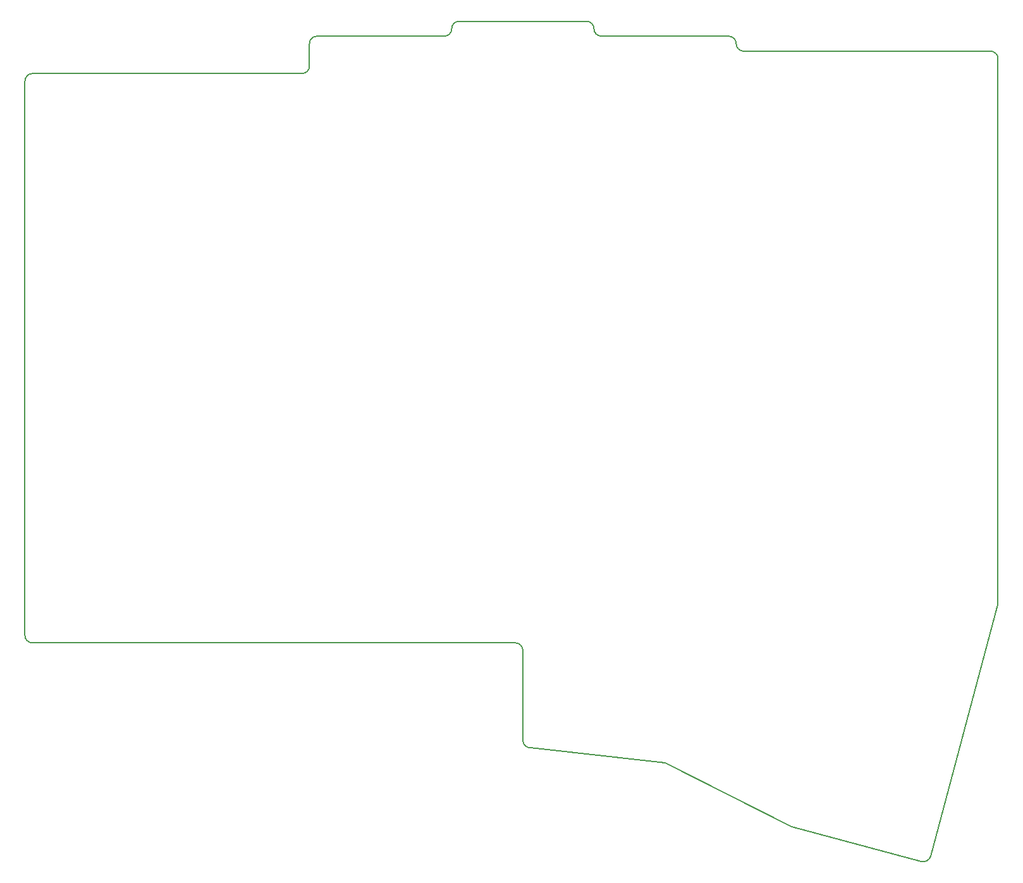
<source format=gbr>
%TF.GenerationSoftware,KiCad,Pcbnew,(6.0.4)*%
%TF.CreationDate,2022-07-11T16:17:51-07:00*%
%TF.ProjectId,Conejo,436f6e65-6a6f-42e6-9b69-6361645f7063,v1.0.0*%
%TF.SameCoordinates,Original*%
%TF.FileFunction,Profile,NP*%
%FSLAX46Y46*%
G04 Gerber Fmt 4.6, Leading zero omitted, Abs format (unit mm)*
G04 Created by KiCad (PCBNEW (6.0.4)) date 2022-07-11 16:17:51*
%MOMM*%
%LPD*%
G01*
G04 APERTURE LIST*
%TA.AperFunction,Profile*%
%ADD10C,0.150000*%
%TD*%
G04 APERTURE END LIST*
D10*
X93101679Y-93260414D02*
X76199999Y-84725000D01*
X57150000Y-69675000D02*
G75*
G03*
X56150001Y-68675000I-1000000J0D01*
G01*
X67675000Y12525000D02*
X84725000Y12525000D01*
X56150001Y-68675000D02*
X-8525000Y-68674999D01*
X27567894Y7525000D02*
X-8525000Y7525000D01*
X66675000Y13525000D02*
G75*
G03*
X65675000Y14525000I-1000000J0D01*
G01*
X85725000Y11525000D02*
G75*
G03*
X86725000Y10525000I1000000J0D01*
G01*
X57150000Y-81725000D02*
G75*
G03*
X58150000Y-82725000I1000000J0D01*
G01*
X29575000Y12525000D02*
G75*
G03*
X28575000Y11525000I0J-1000000D01*
G01*
X-9525000Y-67675000D02*
X-9525000Y6525000D01*
X46625000Y12525000D02*
X29575000Y12525000D01*
X48625000Y14525000D02*
G75*
G03*
X47625000Y13525000I0J-1000000D01*
G01*
X-9525000Y-67675000D02*
G75*
G03*
X-8525000Y-68674999I1000001J2D01*
G01*
X27567894Y7525007D02*
G75*
G03*
X28567893Y8525000I6J999993D01*
G01*
X120775000Y9525000D02*
G75*
G03*
X119775000Y10525000I-1000000J0D01*
G01*
X57150000Y-81725000D02*
X57150001Y-69675000D01*
X93101679Y-93260414D02*
X110536640Y-97932098D01*
X46625000Y12525000D02*
G75*
G03*
X47625000Y13525000I0J1000000D01*
G01*
X86725000Y10525000D02*
X119775000Y10525000D01*
X110536648Y-97932067D02*
G75*
G03*
X111761384Y-97224991I258852J965867D01*
G01*
X65675000Y14525000D02*
X48625000Y14525000D01*
X28575000Y11525000D02*
X28567893Y8525000D01*
X76199999Y-84725000D02*
X58150000Y-82725000D01*
X85725000Y11525000D02*
G75*
G03*
X84725000Y12525000I-1000000J0D01*
G01*
X120775000Y9525000D02*
X120775000Y-63575000D01*
X66675000Y13525000D02*
G75*
G03*
X67675000Y12525000I1000000J0D01*
G01*
X120775000Y-63575000D02*
X111761384Y-97224991D01*
X-8525000Y7525000D02*
G75*
G03*
X-9525000Y6525000I-1J-999999D01*
G01*
M02*

</source>
